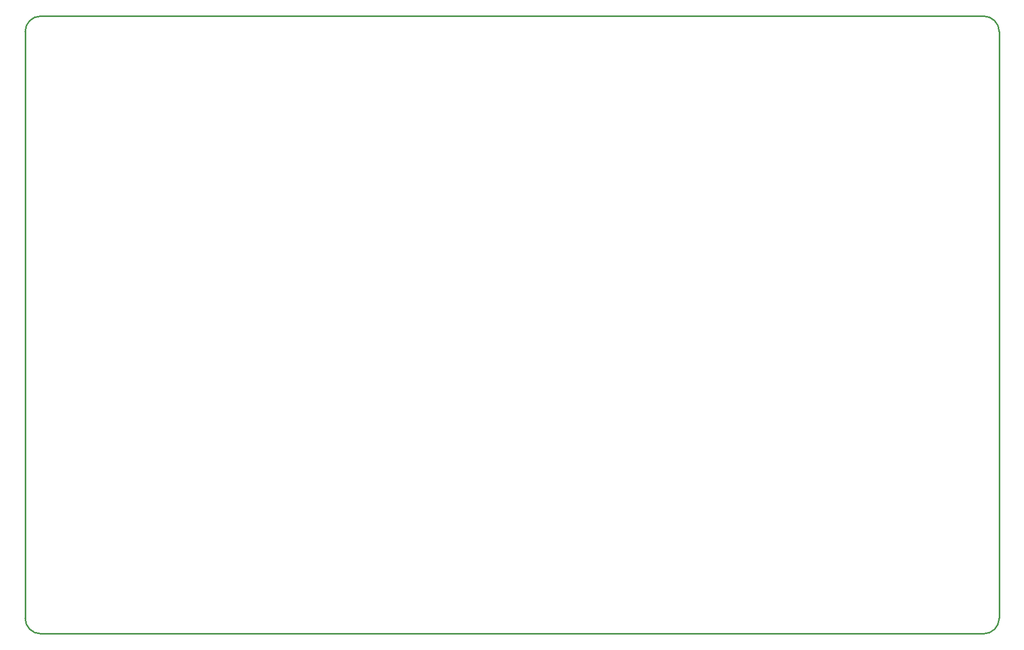
<source format=gko>
G04 Layer_Color=16711935*
%FSLAX44Y44*%
%MOMM*%
G71*
G01*
G75*
%ADD59C,0.2540*%
D59*
X25400Y1016000D02*
G03*
X0Y990600I0J-25400D01*
G01*
Y25400D02*
G03*
X25400Y0I25400J0D01*
G01*
X1600200Y990600D02*
G03*
X1574800Y1016000I-25400J0D01*
G01*
Y0D02*
G03*
X1600200Y25400I0J25400D01*
G01*
X25400Y0D02*
X1574800D01*
X25400Y1016000D02*
X1574800D01*
X1530350D02*
X1543050D01*
X0Y25400D02*
Y990600D01*
X1600200Y25400D02*
Y990600D01*
M02*

</source>
